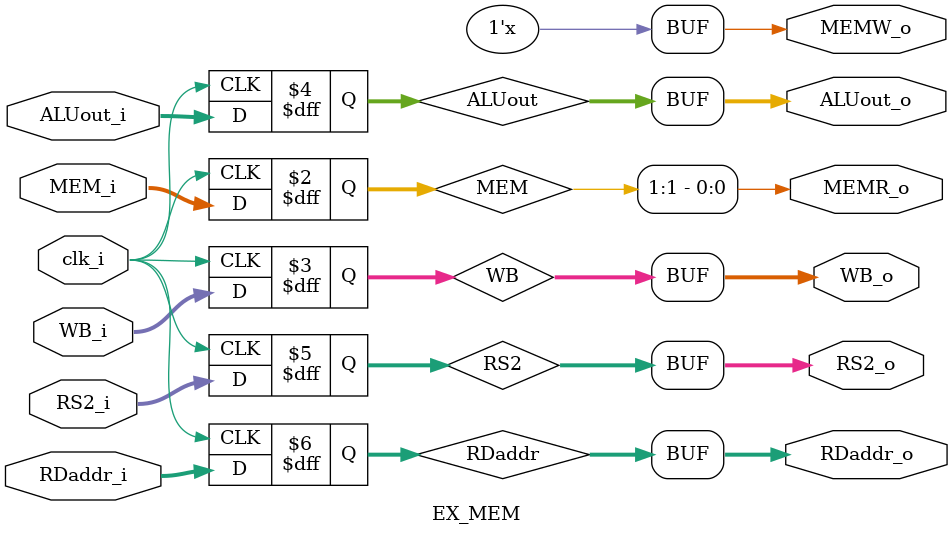
<source format=v>
module EX_MEM
(
	clk_i,
	MEM_i,
	WB_i,
	ALUout_i,
	RS2_i,
	RDaddr_i,
	WB_o,
	MEMR_o,
	MEMW_o,
	ALUout_o,
	RS2_o,
	RDaddr_o,
);

input         clk_i;
input  [ 1:0] MEM_i;
input  [ 1:0] WB_i;
input  [31:0] ALUout_i;
input  [31:0] RS2_i;
input  [ 4:0] RDaddr_i;
output [ 1:0] WB_o;
output        MEMR_o;
output        MEMW_o;
output [31:0] ALUout_o;
output [31:0] RS2_o;
output [ 4:0] RDaddr_o;

reg    [ 1:0] MEM;
reg    [ 1:0] WB;
reg    [31:0] ALUout;
reg    [31:0] RS2;
reg    [ 4:0] RDaddr;

assign WB_o = WB;
assign MEMR_o = MEM[1];
assign MEMW_o = MEM[2];
assign ALUout_o = ALUout;
assign RS2_o = RS2;
assign RDaddr_o = RDaddr;

always@(posedge clk_i) begin 
	MEM <= MEM_i;
	WB  <= WB_i;
	ALUout <= ALUout_i;
	RS2 <= RS2_i;
	RDaddr = RDaddr_i;
end 

endmodule

</source>
